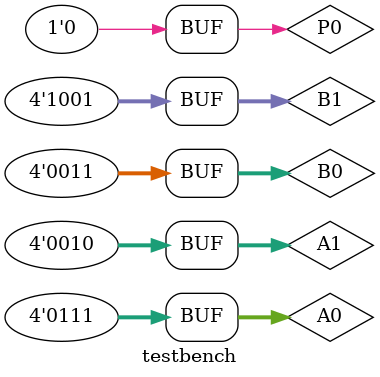
<source format=v>
`timescale 1ns / 1ps


module testbench;

	// Inputs
	reg [3:0] A0;
	reg [3:0] A1;
	reg [3:0] B0;
	reg [3:0] B1;
	reg P0;

	// Outputs
	wire [3:0] C0;
	wire [3:0] C1;
	wire C2;

	// Instantiate the Unit Under Test (UUT)
	mod uut (
		.A0(A0), 
		.A1(A1), 
		.B0(B0), 
		.B1(B1), 
		.C0(C0), 
		.C1(C1), 
		.C2(C2), 
		.P0(P0)
	);

	initial begin
		// Initialize Inputs
		A0 = 7;
		A1 = 2;
		B0 = 3;
		B1 = 9;
		P0 = 0;

		// Wait 100 ns for global reset to finish
		#100;
        
		// Add stimulus here

	end
      
endmodule


</source>
